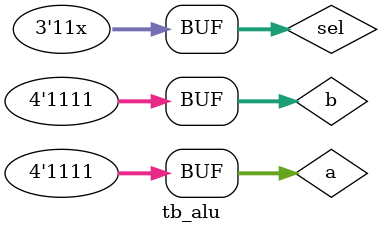
<source format=v>
module tb_alu #(parameter n=4);

reg [n-1:0]a,b;
reg [2:0]sel;
wire [n-1:0]s;
wire co;

alu DUT (.a(a),.b(b),.sel(sel),.s(s),.co(co));
initial
begin
	sel=3'd0;
	#10{a,b}=8'b0000_0000;
	#10{a,b}=8'b0001_0001;
	#10{a,b}=8'b0010_0010;
	#10{a,b}=8'b0011_0011;
	#10{a,b}=8'b0100_0100;
	#10{a,b}=8'b0101_0101;
	#10{a,b}=8'b0110_0110;
	#10{a,b}=8'b0111_0111;
	#10{a,b}=8'b1000_1000;
	#10{a,b}=8'b1001_1001;
	#10{a,b}=8'b1010_1010;
	#10{a,b}=8'b1011_1011;
	#10{a,b}=8'b1100_1100;
	#10{a,b}=8'b1101_1101;
	#10{a,b}=8'b1110_1110;
	#10{a,b}=8'b1111_1111;

	sel=3'd1;
	#10{a,b}=8'b0000_0000;
	#10{a,b}=8'b0001_0001;
	#10{a,b}=8'b0010_0010;
	#10{a,b}=8'b0011_0011;
	#10{a,b}=8'b0100_0100;
	#10{a,b}=8'b0101_0101;
	#10{a,b}=8'b0110_0110;
	#10{a,b}=8'b0111_0111;
	#10{a,b}=8'b1000_1000;
	#10{a,b}=8'b1001_1001;
	#10{a,b}=8'b1010_1010;
	#10{a,b}=8'b1011_1011;
	#10{a,b}=8'b1100_1100;
	#10{a,b}=8'b1101_1101;
	#10{a,b}=8'b1110_1110;
	#10{a,b}=8'b1111_1111;

	sel=3'd2;
	#10{a,b}=8'b0000_0000;
	#10{a,b}=8'b0001_0001;
	#10{a,b}=8'b0010_0010;
	#10{a,b}=8'b0011_0011;
	#10{a,b}=8'b0100_0100;
	#10{a,b}=8'b0101_0101;
	#10{a,b}=8'b0110_0110;
	#10{a,b}=8'b0111_0111;
	#10{a,b}=8'b1000_1000;
	#10{a,b}=8'b1001_1001;
	#10{a,b}=8'b1010_1010;
	#10{a,b}=8'b1011_1011;
	#10{a,b}=8'b1100_1100;
	#10{a,b}=8'b1101_1101;
	#10{a,b}=8'b1110_1110;
	#10{a,b}=8'b1111_1111;

	sel=3'd3;
	#10{a,b}=8'b0000_0000;
	#10{a,b}=8'b0001_0001;
	#10{a,b}=8'b0010_0010;
	#10{a,b}=8'b0011_0011;
	#10{a,b}=8'b0100_0100;
	#10{a,b}=8'b0101_0101;
	#10{a,b}=8'b0110_0110;
	#10{a,b}=8'b0111_0111;
	#10{a,b}=8'b1000_1000;
	#10{a,b}=8'b1001_1001;
	#10{a,b}=8'b1010_1010;
	#10{a,b}=8'b1011_1011;
	#10{a,b}=8'b1100_1100;
	#10{a,b}=8'b1101_1101;
	#10{a,b}=8'b1110_1110;
	#10{a,b}=8'b1111_1111;

	sel=3'd4;
	#10{a,b}=8'b0000_0000;
	#10{a,b}=8'b0001_0001;
	#10{a,b}=8'b0010_0010;
	#10{a,b}=8'b0011_0011;
	#10{a,b}=8'b0100_0100;
	#10{a,b}=8'b0101_0101;
	#10{a,b}=8'b0110_0110;
	#10{a,b}=8'b0111_0111;
	#10{a,b}=8'b1000_1000;
	#10{a,b}=8'b1001_1001;
	#10{a,b}=8'b1010_1010;
	#10{a,b}=8'b1011_1011;
	#10{a,b}=8'b1100_1100;
	#10{a,b}=8'b1101_1101;
	#10{a,b}=8'b1110_1110;
	#10{a,b}=8'b1111_1111;

	sel=3'd5;
	#10{a,b}=8'b0000_0000;
	#10{a,b}=8'b0001_0001;
	#10{a,b}=8'b0010_0010;
	#10{a,b}=8'b0011_0011;
	#10{a,b}=8'b0100_0100;
	#10{a,b}=8'b0101_0101;
	#10{a,b}=8'b0110_0110;
	#10{a,b}=8'b0111_0111;
	#10{a,b}=8'b1000_1000;
	#10{a,b}=8'b1001_1001;
	#10{a,b}=8'b1010_1010;
	#10{a,b}=8'b1011_1011;
	#10{a,b}=8'b1100_1100;
	#10{a,b}=8'b1101_1101;
	#10{a,b}=8'b1110_1110;
	#10{a,b}=8'b1111_1111;

	sel=3'd6;
	#10{a,b}=8'b0000_0000;
	#10{a,b}=8'b0001_0001;
	#10{a,b}=8'b0010_0010;
	#10{a,b}=8'b0011_0011;
	#10{a,b}=8'b0100_0100;
	#10{a,b}=8'b0101_0101;
	#10{a,b}=8'b0110_0110;
	#10{a,b}=8'b0111_0111;
	#10{a,b}=8'b1000_1000;
	#10{a,b}=8'b1001_1001;
	#10{a,b}=8'b1010_1010;
	#10{a,b}=8'b1011_1011;
	#10{a,b}=8'b1100_1100;
	#10{a,b}=8'b1101_1101;
	#10{a,b}=8'b1110_1110;
	#10{a,b}=8'b1111_1111;

	sel=3'd7;
	#10{a,b}=8'b0000_0000;
	#10{a,b}=8'b0001_0001;
	#10{a,b}=8'b0010_0010;
	#10{a,b}=8'b0011_0011;
	#10{a,b}=8'b0100_0100;
	#10{a,b}=8'b0101_0101;
	#10{a,b}=8'b0110_0110;
	#10{a,b}=8'b0111_0111;
	#10{a,b}=8'b1000_1000;
	#10{a,b}=8'b1001_1001;
	#10{a,b}=8'b1010_1010;
	#10{a,b}=8'b1011_1011;
	#10{a,b}=8'b1100_1100;
	#10{a,b}=8'b1101_1101;
	#10{a,b}=8'b1110_1110;
	#10{a,b}=8'b1111_1111;

	sel=3'b11x;
	#10{a,b}=8'b0000_0000;
	#10{a,b}=8'b0001_0001;
	#10{a,b}=8'b0010_0010;
	#10{a,b}=8'b0011_0011;
	#10{a,b}=8'b0100_0100;
	#10{a,b}=8'b0101_0101;
	#10{a,b}=8'b0110_0110;
	#10{a,b}=8'b0111_0111;
	#10{a,b}=8'b1000_1000;
	#10{a,b}=8'b1001_1001;
	#10{a,b}=8'b1010_1010;
	#10{a,b}=8'b1011_1011;
	#10{a,b}=8'b1100_1100;
	#10{a,b}=8'b1101_1101;
	#10{a,b}=8'b1110_1110;
	#10{a,b}=8'b1111_1111;

end

initial 
$monitor($time,"a=%b b=%b sel=%b s=%b co=%b",a,b,sel,s,co);
endmodule 

</source>
